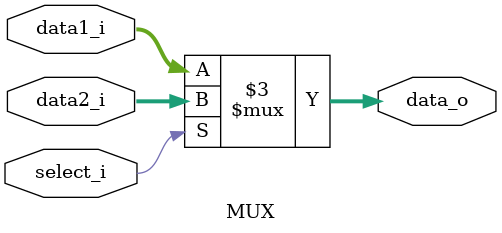
<source format=v>
module MUX(data1_i, data2_i, select_i, data_o);

    input [31:0] data1_i;
    input [31:0] data2_i;
    input select_i;
    output reg [31:0] data_o;

    always@(*)begin
        data_o = (select_i == 1'b0)? data1_i : data2_i;
    end
endmodule
</source>
